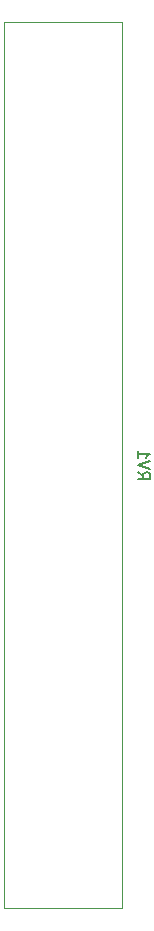
<source format=gbr>
%TF.GenerationSoftware,KiCad,Pcbnew,(6.0.10)*%
%TF.CreationDate,2023-01-17T00:52:56+01:00*%
%TF.ProjectId,SC_Mining_Controller_MkI,53435f4d-696e-4696-9e67-5f436f6e7472,1*%
%TF.SameCoordinates,Original*%
%TF.FileFunction,Legend,Bot*%
%TF.FilePolarity,Positive*%
%FSLAX46Y46*%
G04 Gerber Fmt 4.6, Leading zero omitted, Abs format (unit mm)*
G04 Created by KiCad (PCBNEW (6.0.10)) date 2023-01-17 00:52:56*
%MOMM*%
%LPD*%
G01*
G04 APERTURE LIST*
%ADD10C,0.150000*%
%ADD11C,0.120000*%
G04 APERTURE END LIST*
D10*
%TO.C,RV1*%
X47797619Y-96095238D02*
X48273809Y-96428571D01*
X47797619Y-96666666D02*
X48797619Y-96666666D01*
X48797619Y-96285714D01*
X48750000Y-96190476D01*
X48702380Y-96142857D01*
X48607142Y-96095238D01*
X48464285Y-96095238D01*
X48369047Y-96142857D01*
X48321428Y-96190476D01*
X48273809Y-96285714D01*
X48273809Y-96666666D01*
X48797619Y-95809523D02*
X47797619Y-95476190D01*
X48797619Y-95142857D01*
X47797619Y-94285714D02*
X47797619Y-94857142D01*
X47797619Y-94571428D02*
X48797619Y-94571428D01*
X48654761Y-94666666D01*
X48559523Y-94761904D01*
X48511904Y-94857142D01*
D11*
X46500000Y-133000000D02*
X36500000Y-133000000D01*
X36500000Y-133000000D02*
X36500000Y-58000000D01*
X36500000Y-58000000D02*
X46500000Y-58000000D01*
X46500000Y-58000000D02*
X46500000Y-133000000D01*
%TD*%
M02*

</source>
